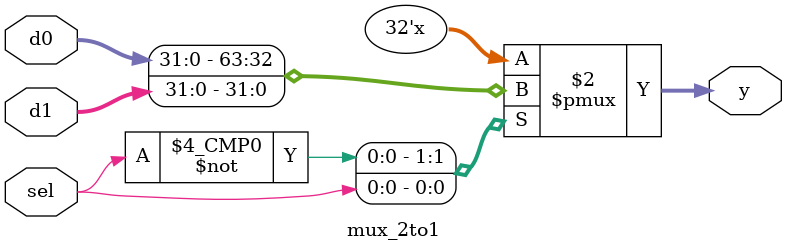
<source format=sv>
module mux_2to1   #(parameter WIDTH = 32)
(

    input wire [WIDTH-1:0]  d0,    // Đầu vào dữ liệu 0
    input wire [WIDTH-1:0]  d1,    // Đầu vào dữ liệu 1
    input wire sel,   // Đầu vào chọn
    output reg [WIDTH-1:0] y      // Đầu ra

);

always @(*) begin

    case (sel)
        1'b0: y = d0; // Nếu sel là 0, y nhận giá trị của d0
        1'b1: y = d1; // Nếu sel là 1, y nhận giá trị của d1
        default: y = d0; // Mặc định (dù không cần thiết ở đây), y nhận giá trị của d0
    endcase

end

endmodule

</source>
